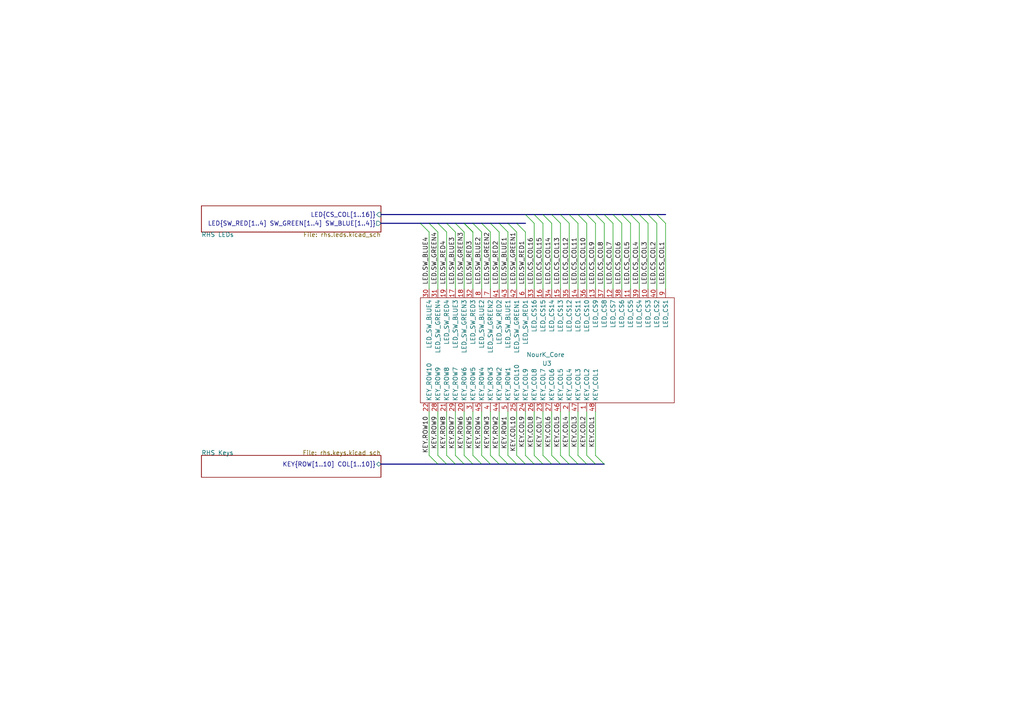
<source format=kicad_sch>
(kicad_sch (version 20211123) (generator eeschema)
  (paper "A4")
  (lib_symbols
    (symbol "Nour_KB:NourK_Core_3" (in_bom no)
      (property "Reference" "U" (at 0 0 0))
      (property "Value" "NourK_Core_3" (at 0 -2.54 0))
      (symbol "NourK_Core_3_0_1"
        (rectangle (start -36.83 15.24) (end 36.83 -15.24) (stroke (width 0.1524)))
      )
      (symbol "NourK_Core_3_1_1"
        (pin passive line (at 11.43 -17.78 90) (length 2.54) (name "KEY_COL2") (number "1"))
        (pin passive line (at 29.21 17.78 270) (length 2.54) (name "LED_CS3") (number "10"))
        (pin passive line (at 24.13 17.78 270) (length 2.54) (name "LED_CS5") (number "11"))
        (pin passive line (at 19.05 17.78 270) (length 2.54) (name "LED_CS7") (number "12"))
        (pin passive line (at 13.97 17.78 270) (length 2.54) (name "LED_CS9") (number "13"))
        (pin passive line (at 8.89 17.78 270) (length 2.54) (name "LED_CS11") (number "14"))
        (pin passive line (at 3.81 17.78 270) (length 2.54) (name "LED_CS13") (number "15"))
        (pin passive line (at -1.27 17.78 270) (length 2.54) (name "LED_CS15") (number "16"))
        (pin passive line (at -26.67 17.78 270) (length 2.54) (name "LED_SW_BLUE3") (number "17"))
        (pin passive line (at -24.13 17.78 270) (length 2.54) (name "LED_SW_GREEN3") (number "18"))
        (pin passive line (at -29.21 17.78 270) (length 2.54) (name "LED_SW_RED4") (number "19"))
        (pin passive line (at 6.35 -17.78 90) (length 2.54) (name "KEY_COL4") (number "2"))
        (pin passive line (at -24.13 -17.78 90) (length 2.54) (name "KEY_ROW6") (number "20"))
        (pin passive line (at -29.21 -17.78 90) (length 2.54) (name "KEY_ROW8") (number "21"))
        (pin passive line (at -34.29 -17.78 90) (length 2.54) (name "KEY_ROW10") (number "22"))
        (pin passive line (at -1.27 -17.78 90) (length 2.54) (name "KEY_COL7") (number "23"))
        (pin passive line (at -6.35 -17.78 90) (length 2.54) (name "KEY_COL9") (number "24"))
        (pin passive line (at -8.89 -17.78 90) (length 2.54) (name "KEY_COL10") (number "25"))
        (pin passive line (at -3.81 -17.78 90) (length 2.54) (name "KEY_COL8") (number "26"))
        (pin passive line (at 1.27 -17.78 90) (length 2.54) (name "KEY_COL6") (number "27"))
        (pin passive line (at -31.75 -17.78 90) (length 2.54) (name "KEY_ROW9") (number "28"))
        (pin passive line (at -26.67 -17.78 90) (length 2.54) (name "KEY_ROW7") (number "29"))
        (pin passive line (at -21.59 -17.78 90) (length 2.54) (name "KEY_ROW5") (number "3"))
        (pin passive line (at -34.29 17.78 270) (length 2.54) (name "LED_SW_BLUE4") (number "30"))
        (pin passive line (at -31.75 17.78 270) (length 2.54) (name "LED_SW_GREEN4") (number "31"))
        (pin passive line (at -21.59 17.78 270) (length 2.54) (name "LED_SW_RED3") (number "32"))
        (pin passive line (at -3.81 17.78 270) (length 2.54) (name "LED_CS16") (number "33"))
        (pin passive line (at 1.27 17.78 270) (length 2.54) (name "LED_CS14") (number "34"))
        (pin passive line (at 6.35 17.78 270) (length 2.54) (name "LED_CS12") (number "35"))
        (pin passive line (at 11.43 17.78 270) (length 2.54) (name "LED_CS10") (number "36"))
        (pin passive line (at 16.51 17.78 270) (length 2.54) (name "LED_CS8") (number "37"))
        (pin passive line (at 21.59 17.78 270) (length 2.54) (name "LED_CS6") (number "38"))
        (pin passive line (at 26.67 17.78 270) (length 2.54) (name "LED_CS4") (number "39"))
        (pin passive line (at -16.51 -17.78 90) (length 2.54) (name "KEY_ROW3") (number "4"))
        (pin passive line (at 31.75 17.78 270) (length 2.54) (name "LED_CS2") (number "40"))
        (pin passive line (at -13.97 17.78 270) (length 2.54) (name "LED_SW_RED2") (number "41"))
        (pin passive line (at -8.89 17.78 270) (length 2.54) (name "LED_SW_GREEN1") (number "42"))
        (pin passive line (at -11.43 17.78 270) (length 2.54) (name "LED_SW_BLUE1") (number "43"))
        (pin passive line (at -13.97 -17.78 90) (length 2.54) (name "KEY_ROW2") (number "44"))
        (pin passive line (at -19.05 -17.78 90) (length 2.54) (name "KEY_ROW4") (number "45"))
        (pin passive line (at 3.81 -17.78 90) (length 2.54) (name "KEY_COL5") (number "46"))
        (pin passive line (at 8.89 -17.78 90) (length 2.54) (name "KEY_COL3") (number "47"))
        (pin passive line (at 13.97 -17.78 90) (length 2.54) (name "KEY_COL1") (number "48"))
        (pin passive line (at -11.43 -17.78 90) (length 2.54) (name "KEY_ROW1") (number "5"))
        (pin passive line (at -6.35 17.78 270) (length 2.54) (name "LED_SW_RED1") (number "6"))
        (pin passive line (at -16.51 17.78 270) (length 2.54) (name "LED_SW_GREEN2") (number "7"))
        (pin passive line (at -19.05 17.78 270) (length 2.54) (name "LED_SW_BLUE2") (number "8"))
        (pin passive line (at 34.29 17.78 270) (length 2.54) (name "LED_CS1") (number "9"))
      )
    )
  )
  (bus_entry (at 137.16 132.08) (size 2.54 2.54))
  (bus_entry (at 127 64.77) (size 2.54 2.54))
  (bus_entry (at 157.48 132.08) (size 2.54 2.54))
  (bus_entry (at 170.18 62.23) (size 2.54 2.54))
  (bus_entry (at 142.24 132.08) (size 2.54 2.54))
  (bus_entry (at 129.54 132.08) (size 2.54 2.54))
  (bus_entry (at 127 132.08) (size 2.54 2.54))
  (bus_entry (at 177.8 62.23) (size 2.54 2.54))
  (bus_entry (at 167.64 62.23) (size 2.54 2.54))
  (bus_entry (at 142.24 64.77) (size 2.54 2.54))
  (bus_entry (at 152.4 132.08) (size 2.54 2.54))
  (bus_entry (at 182.88 62.23) (size 2.54 2.54))
  (bus_entry (at 134.62 64.77) (size 2.54 2.54))
  (bus_entry (at 152.4 62.23) (size 2.54 2.54))
  (bus_entry (at 172.72 132.08) (size 2.54 2.54))
  (bus_entry (at 139.7 132.08) (size 2.54 2.54))
  (bus_entry (at 180.34 62.23) (size 2.54 2.54))
  (bus_entry (at 160.02 132.08) (size 2.54 2.54))
  (bus_entry (at 167.64 132.08) (size 2.54 2.54))
  (bus_entry (at 144.78 132.08) (size 2.54 2.54))
  (bus_entry (at 187.96 62.23) (size 2.54 2.54))
  (bus_entry (at 121.92 64.77) (size 2.54 2.54))
  (bus_entry (at 154.94 62.23) (size 2.54 2.54))
  (bus_entry (at 149.86 64.77) (size 2.54 2.54))
  (bus_entry (at 165.1 62.23) (size 2.54 2.54))
  (bus_entry (at 162.56 132.08) (size 2.54 2.54))
  (bus_entry (at 175.26 62.23) (size 2.54 2.54))
  (bus_entry (at 165.1 132.08) (size 2.54 2.54))
  (bus_entry (at 160.02 62.23) (size 2.54 2.54))
  (bus_entry (at 147.32 132.08) (size 2.54 2.54))
  (bus_entry (at 134.62 132.08) (size 2.54 2.54))
  (bus_entry (at 139.7 64.77) (size 2.54 2.54))
  (bus_entry (at 124.46 64.77) (size 2.54 2.54))
  (bus_entry (at 137.16 64.77) (size 2.54 2.54))
  (bus_entry (at 154.94 132.08) (size 2.54 2.54))
  (bus_entry (at 129.54 64.77) (size 2.54 2.54))
  (bus_entry (at 162.56 62.23) (size 2.54 2.54))
  (bus_entry (at 132.08 64.77) (size 2.54 2.54))
  (bus_entry (at 157.48 62.23) (size 2.54 2.54))
  (bus_entry (at 144.78 64.77) (size 2.54 2.54))
  (bus_entry (at 172.72 62.23) (size 2.54 2.54))
  (bus_entry (at 149.86 132.08) (size 2.54 2.54))
  (bus_entry (at 134.62 64.77) (size 2.54 2.54))
  (bus_entry (at 147.32 64.77) (size 2.54 2.54))
  (bus_entry (at 185.42 62.23) (size 2.54 2.54))
  (bus_entry (at 132.08 132.08) (size 2.54 2.54))
  (bus_entry (at 190.5 62.23) (size 2.54 2.54))
  (bus_entry (at 170.18 132.08) (size 2.54 2.54))
  (bus_entry (at 124.46 132.08) (size 2.54 2.54))
  (wire (pts (xy 177.8 64.77) (xy 177.8 83.82)))
  (wire (pts (xy 154.94 64.77) (xy 154.94 83.82)))
  (bus (pts (xy 129.54 134.62) (xy 132.08 134.62)))
  (wire (pts (xy 170.18 64.77) (xy 170.18 83.82)))
  (bus (pts (xy 132.08 134.62) (xy 134.62 134.62)))
  (bus (pts (xy 110.49 64.77) (xy 121.92 64.77)))
  (wire (pts (xy 160.02 64.77) (xy 160.02 83.82)))
  (wire (pts (xy 124.46 119.38) (xy 124.46 132.08)))
  (bus (pts (xy 172.72 134.62) (xy 175.26 134.62)))
  (wire (pts (xy 185.42 64.77) (xy 185.42 83.82)))
  (wire (pts (xy 187.96 64.77) (xy 187.96 83.82)))
  (wire (pts (xy 190.5 64.77) (xy 190.5 83.82)))
  (wire (pts (xy 137.16 119.38) (xy 137.16 132.08)))
  (bus (pts (xy 127 64.77) (xy 129.54 64.77)))
  (bus (pts (xy 180.34 62.23) (xy 182.88 62.23)))
  (bus (pts (xy 142.24 134.62) (xy 144.78 134.62)))
  (wire (pts (xy 160.02 119.38) (xy 160.02 132.08)))
  (bus (pts (xy 170.18 62.23) (xy 172.72 62.23)))
  (wire (pts (xy 134.62 119.38) (xy 134.62 132.08)))
  (bus (pts (xy 165.1 134.62) (xy 167.64 134.62)))
  (bus (pts (xy 142.24 64.77) (xy 144.78 64.77)))
  (wire (pts (xy 129.54 67.31) (xy 129.54 83.82)))
  (bus (pts (xy 132.08 64.77) (xy 134.62 64.77)))
  (wire (pts (xy 149.86 119.38) (xy 149.86 132.08)))
  (bus (pts (xy 139.7 64.77) (xy 142.24 64.77)))
  (bus (pts (xy 170.18 134.62) (xy 172.72 134.62)))
  (wire (pts (xy 132.08 67.31) (xy 132.08 83.82)))
  (bus (pts (xy 147.32 64.77) (xy 149.86 64.77)))
  (wire (pts (xy 182.88 64.77) (xy 182.88 83.82)))
  (wire (pts (xy 175.26 64.77) (xy 175.26 83.82)))
  (wire (pts (xy 127 67.31) (xy 127 83.82)))
  (wire (pts (xy 137.16 67.31) (xy 137.16 83.82)))
  (bus (pts (xy 154.94 62.23) (xy 157.48 62.23)))
  (bus (pts (xy 167.64 134.62) (xy 170.18 134.62)))
  (wire (pts (xy 157.48 119.38) (xy 157.48 132.08)))
  (bus (pts (xy 110.49 134.62) (xy 127 134.62)))
  (wire (pts (xy 162.56 64.77) (xy 162.56 83.82)))
  (bus (pts (xy 129.54 64.77) (xy 132.08 64.77)))
  (wire (pts (xy 152.4 119.38) (xy 152.4 132.08)))
  (bus (pts (xy 152.4 62.23) (xy 154.94 62.23)))
  (wire (pts (xy 142.24 67.31) (xy 142.24 83.82)))
  (bus (pts (xy 139.7 134.62) (xy 142.24 134.62)))
  (wire (pts (xy 129.54 119.38) (xy 129.54 132.08)))
  (wire (pts (xy 142.24 119.38) (xy 142.24 132.08)))
  (wire (pts (xy 124.46 67.31) (xy 124.46 83.82)))
  (bus (pts (xy 177.8 62.23) (xy 180.34 62.23)))
  (bus (pts (xy 121.92 64.77) (xy 124.46 64.77)))
  (bus (pts (xy 134.62 134.62) (xy 137.16 134.62)))
  (bus (pts (xy 124.46 64.77) (xy 127 64.77)))
  (wire (pts (xy 167.64 119.38) (xy 167.64 132.08)))
  (wire (pts (xy 147.32 119.38) (xy 147.32 132.08)))
  (wire (pts (xy 180.34 64.77) (xy 180.34 83.82)))
  (bus (pts (xy 187.96 62.23) (xy 190.5 62.23)))
  (wire (pts (xy 127 119.38) (xy 127 132.08)))
  (wire (pts (xy 134.62 67.31) (xy 134.62 83.82)))
  (bus (pts (xy 110.49 62.23) (xy 152.4 62.23)))
  (bus (pts (xy 137.16 134.62) (xy 139.7 134.62)))
  (bus (pts (xy 162.56 62.23) (xy 165.1 62.23)))
  (wire (pts (xy 154.94 119.38) (xy 154.94 132.08)))
  (wire (pts (xy 165.1 64.77) (xy 165.1 83.82)))
  (wire (pts (xy 139.7 67.31) (xy 139.7 83.82)))
  (bus (pts (xy 144.78 64.77) (xy 147.32 64.77)))
  (bus (pts (xy 137.16 64.77) (xy 139.7 64.77)))
  (bus (pts (xy 157.48 134.62) (xy 160.02 134.62)))
  (bus (pts (xy 172.72 62.23) (xy 175.26 62.23)))
  (wire (pts (xy 152.4 67.31) (xy 152.4 83.82)))
  (wire (pts (xy 132.08 119.38) (xy 132.08 132.08)))
  (bus (pts (xy 175.26 62.23) (xy 177.8 62.23)))
  (bus (pts (xy 149.86 64.77) (xy 152.4 64.77)))
  (wire (pts (xy 149.86 67.31) (xy 149.86 83.82)))
  (bus (pts (xy 152.4 134.62) (xy 154.94 134.62)))
  (bus (pts (xy 134.62 64.77) (xy 137.16 64.77)))
  (bus (pts (xy 190.5 62.23) (xy 193.04 62.23)))
  (bus (pts (xy 182.88 62.23) (xy 185.42 62.23)))
  (wire (pts (xy 172.72 119.38) (xy 172.72 132.08)))
  (wire (pts (xy 157.48 64.77) (xy 157.48 83.82)))
  (bus (pts (xy 162.56 134.62) (xy 165.1 134.62)))
  (bus (pts (xy 149.86 134.62) (xy 152.4 134.62)))
  (bus (pts (xy 160.02 134.62) (xy 162.56 134.62)))
  (bus (pts (xy 127 134.62) (xy 129.54 134.62)))
  (wire (pts (xy 165.1 119.38) (xy 165.1 132.08)))
  (wire (pts (xy 162.56 119.38) (xy 162.56 132.08)))
  (wire (pts (xy 167.64 64.77) (xy 167.64 83.82)))
  (bus (pts (xy 160.02 62.23) (xy 162.56 62.23)))
  (wire (pts (xy 144.78 119.38) (xy 144.78 132.08)))
  (bus (pts (xy 154.94 134.62) (xy 157.48 134.62)))
  (wire (pts (xy 193.04 64.77) (xy 193.04 83.82)))
  (bus (pts (xy 185.42 62.23) (xy 187.96 62.23)))
  (bus (pts (xy 167.64 62.23) (xy 170.18 62.23)))
  (wire (pts (xy 170.18 119.38) (xy 170.18 132.08)))
  (bus (pts (xy 165.1 62.23) (xy 167.64 62.23)))
  (bus (pts (xy 144.78 134.62) (xy 147.32 134.62)))
  (bus (pts (xy 147.32 134.62) (xy 149.86 134.62)))
  (wire (pts (xy 144.78 67.31) (xy 144.78 83.82)))
  (wire (pts (xy 172.72 64.77) (xy 172.72 83.82)))
  (bus (pts (xy 157.48 62.23) (xy 160.02 62.23)))
  (wire (pts (xy 147.32 67.31) (xy 147.32 83.82)))
  (wire (pts (xy 139.7 119.38) (xy 139.7 132.08)))
  (label "LED.SW_RED4" (at 129.54 82.55 90))
  (label "LED.CS_COL2" (at 190.5 82.55 90))
  (label "KEY.ROW5" (at 137.16 120.65 270))
  (label "LED.CS_COL8" (at 175.26 82.55 90))
  (label "LED.CS_COL10" (at 170.18 82.55 90))
  (label "KEY.ROW7" (at 132.08 120.65 270))
  (label "KEY.COL2" (at 170.18 120.65 270))
  (label "LED.CS_COL3" (at 187.96 82.55 90))
  (label "LED.SW_BLUE4" (at 124.46 82.55 90))
  (label "KEY.COL8" (at 154.94 120.65 270))
  (label "LED.CS_COL15" (at 157.48 82.55 90))
  (label "KEY.COL10" (at 149.86 120.65 270))
  (label "KEY.ROW3" (at 142.24 120.65 270))
  (label "KEY.COL3" (at 167.64 120.65 270))
  (label "KEY.COL1" (at 172.72 120.65 270))
  (label "LED.CS_COL12" (at 165.1 82.55 90))
  (label "LED.CS_COL14" (at 160.02 82.55 90))
  (label "KEY.ROW4" (at 139.7 120.65 270))
  (label "LED.SW_GREEN3" (at 134.62 82.55 90))
  (label "KEY.ROW9" (at 127 120.65 270))
  (label "KEY.ROW10" (at 124.46 120.65 270))
  (label "KEY.COL6" (at 160.02 120.65 270))
  (label "KEY.ROW1" (at 147.32 120.65 270))
  (label "LED.SW_RED3" (at 137.16 82.55 90))
  (label "LED.CS_COL7" (at 177.8 82.55 90))
  (label "LED.SW_BLUE3" (at 132.08 82.55 90))
  (label "KEY.COL4" (at 165.1 120.65 270))
  (label "KEY.COL7" (at 157.48 120.65 270))
  (label "LED.SW_GREEN1" (at 149.86 82.55 90))
  (label "LED.SW_RED2" (at 144.78 82.55 90))
  (label "KEY.ROW2" (at 144.78 120.65 270))
  (label "LED.CS_COL5" (at 182.88 82.55 90))
  (label "LED.SW_RED1" (at 152.4 82.55 90))
  (label "LED.CS_COL11" (at 167.64 82.55 90))
  (label "KEY.ROW6" (at 134.62 120.65 270))
  (label "KEY.ROW8" (at 129.54 120.65 270))
  (label "KEY.COL9" (at 152.4 120.65 270))
  (label "LED.CS_COL1" (at 193.04 82.55 90))
  (label "LED.SW_BLUE1" (at 147.32 82.55 90))
  (label "LED.SW_GREEN4" (at 127 82.55 90))
  (label "LED.CS_COL6" (at 180.34 82.55 90))
  (label "LED.CS_COL9" (at 172.72 82.55 90))
  (label "LED.CS_COL16" (at 154.94 82.55 90))
  (label "LED.CS_COL13" (at 162.56 82.55 90))
  (label "KEY.COL5" (at 162.56 120.65 270))
  (label "LED.SW_GREEN2" (at 142.24 82.55 90))
  (label "LED.CS_COL4" (at 185.42 82.55 90))
  (label "LED.SW_BLUE2" (at 139.7 82.55 90))
  (symbol (lib_id "Nour_KB:NourK_Core_3") (at 158.75 101.6 0) (unit 1) (in_bom no)
    (property "Reference" "U3" (at 160.02 105.41 0) (effects (justify right)))
    (property "Value" "NourK_Core" (at 163.83 102.87 0) (effects (justify right)))
    (property "Footprint" "Nour_KB:NourKB_Core_2" (effects hide))
  )
  (sheet (at 58.42 59.69) (size 52.07 7.62) (stroke (width 0.1524))
    (property "Sheet name" "RHS LEDs" (at 58.42 67.31 0) (effects (justify left top)))
    (property "Sheet file" "rhs.leds.kicad_sch" (at 110.49 67.31 0) (effects (justify right top)))
    (pin "LED{SW_RED[1..4] SW_GREEN[1..4] SW_BLUE[1..4]}" output (at 110.49 64.77 0))
    (pin "LED{CS_COL[1..16]}" input (at 110.49 62.23 0))
  )
  (sheet (at 58.42 132.08) (size 52.07 6.35) (stroke (width 0.1524))
    (property "Sheet name" "RHS Keys" (at 58.42 132.08 0) (effects (justify left bottom)))
    (property "Sheet file" "rhs.keys.kicad_sch" (at 110.49 132.08 0) (effects (justify right bottom)))
    (pin "KEY{ROW[1..10] COL[1..10]}" bidirectional (at 110.49 134.62 0))
  )
)
</source>
